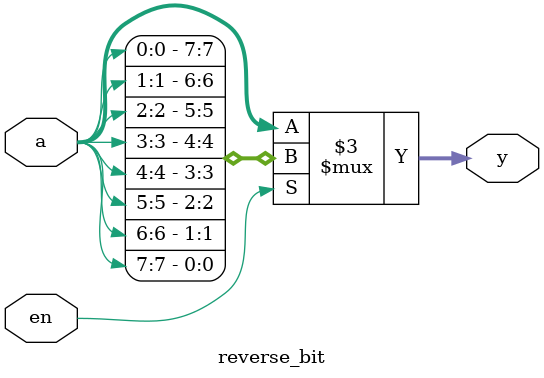
<source format=v>
module reverse_bit
	(
		input wire [7:0] a,
		input wire en,
		output reg [7:0] y
	);

	// Body
	always @*
		if (en)
			y = {a[0], a[1], a[2], a[3], a[4], a[5], a[6], a[7]};
		else
			y = a;
		
endmodule
</source>
